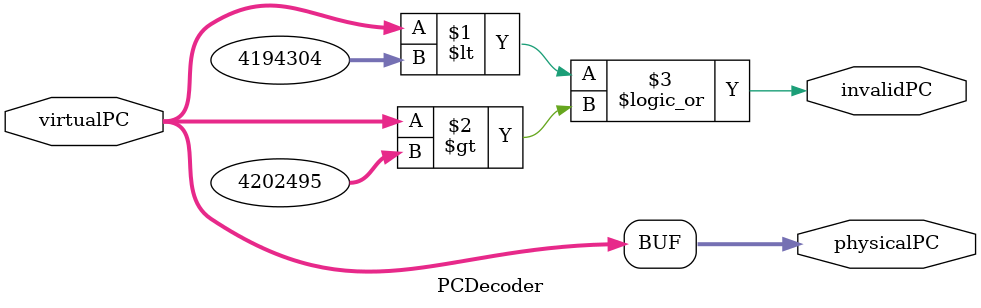
<source format=v>
module PCDecoder (
    input [31:0]virtualPC,
    output [31:0]physicalPC,
    output [0:0]invalidPC
);
   
    //descartar los 2 bits mas significativos
    assign physicalPC = virtualPC; // daria la direccion fisica de la direccion virtual
    assign invalidPC = ( virtualPC < 32'h00400000 || virtualPC > 32'h00401FFF ) ; // daria el error si es una direccion invalida

endmodule

</source>
